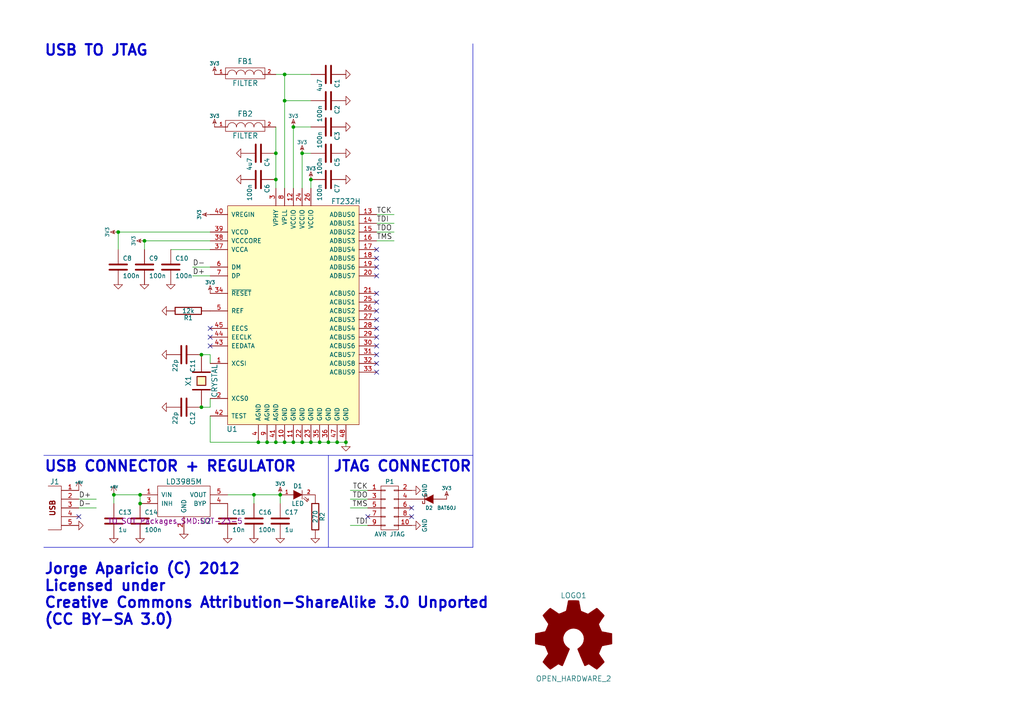
<source format=kicad_sch>
(kicad_sch (version 20230121) (generator eeschema)
  (paper "A4")
  (title_block (title "uJTAG") (date "21 aug 2012") (rev "1.0") (company "Jorge Aparicio"))
  (lib_symbols
    (symbol "uJTAG-rescue:+5V" (power) (pin_names (offset 0))
      (property "Value" "+5V" (at 0 3.556 0))
      (symbol "+5V_0_1"
        (polyline (pts (xy -0.762 1.27) (xy 0 2.54)))
        (polyline (pts (xy 0 0) (xy 0 2.54)))
        (polyline (pts (xy 0 2.54) (xy 0.762 1.27)))
      )
      (symbol "+5V_1_1"
        (pin power_in line (at 0 0 90) (length 0) hide (name "+5V") (number "1"))
      )
    )
    (symbol "uJTAG-rescue:3V3" (power) (pin_names (offset 0))
      (property "Value" "3V3" (at 0 3.175 0))
      (symbol "3V3_0_0"
        (pin power_in line (at 0 0 90) (length 0) hide (name "3V3") (number "1"))
      )
      (symbol "3V3_0_1"
        (polyline (pts (xy 0 1.524) (xy 0 0)))
        (polyline (pts (xy 0 1.524) (xy 0.508 1.016) (xy 0 2.286) (xy -0.508 1.016) (xy 0 1.524) (xy 0 1.524)))
      )
    )
    (symbol "uJTAG-rescue:C-RESCUE-uJTAG" (pin_numbers hide) (pin_names (offset 0.254))
      (property "Reference" "C" (at 1.27 2.54 0))
      (property "Value" "C-RESCUE-uJTAG" (at 1.27 -2.54 0))
      (symbol "C-RESCUE-uJTAG_0_1"
        (polyline (pts (xy -2.54 -0.762) (xy 2.54 -0.762)) (stroke (width 0.508)))
        (polyline (pts (xy -2.54 0.762) (xy 2.54 0.762)) (stroke (width 0.508)))
      )
      (symbol "C-RESCUE-uJTAG_1_1"
        (pin passive line (at 0 5.08 270) (length 4.318) (name "~") (number "1"))
        (pin passive line (at 0 -5.08 90) (length 4.318) (name "~") (number "2"))
      )
    )
    (symbol "uJTAG-rescue:CONN_02X05" (pin_names (offset 0.0254) hide)
      (property "Reference" "P" (at 0 7.62 0))
      (property "Value" "CONN_02X05" (at 0 -7.62 0))
      (symbol "CONN_02X05_0_1"
        (rectangle (start -2.54 -4.953) (end -1.27 -5.207))
        (rectangle (start -2.54 -2.413) (end -1.27 -2.667))
        (rectangle (start -2.54 0.127) (end -1.27 -0.127))
        (rectangle (start -2.54 2.667) (end -1.27 2.413))
        (rectangle (start -2.54 5.207) (end -1.27 4.953))
        (rectangle (start -2.54 6.35) (end 2.54 -6.35))
        (rectangle (start 1.27 -4.953) (end 2.54 -5.207))
        (rectangle (start 1.27 -2.413) (end 2.54 -2.667))
        (rectangle (start 1.27 0.127) (end 2.54 -0.127))
        (rectangle (start 1.27 2.667) (end 2.54 2.413))
        (rectangle (start 1.27 5.207) (end 2.54 4.953))
      )
      (symbol "CONN_02X05_1_1"
        (pin passive line (at -6.35 5.08 0) (length 3.81) (name "P1") (number "1"))
        (pin passive line (at 6.35 -5.08 180) (length 3.81) (name "P10") (number "10"))
        (pin passive line (at 6.35 5.08 180) (length 3.81) (name "P2") (number "2"))
        (pin passive line (at -6.35 2.54 0) (length 3.81) (name "P3") (number "3"))
        (pin passive line (at 6.35 2.54 180) (length 3.81) (name "P4") (number "4"))
        (pin passive line (at -6.35 0 0) (length 3.81) (name "P5") (number "5"))
        (pin passive line (at 6.35 0 180) (length 3.81) (name "P6") (number "6"))
        (pin passive line (at -6.35 -2.54 0) (length 3.81) (name "P7") (number "7"))
        (pin passive line (at 6.35 -2.54 180) (length 3.81) (name "P8") (number "8"))
        (pin passive line (at -6.35 -5.08 0) (length 3.81) (name "P9") (number "9"))
      )
    )
    (symbol "uJTAG-rescue:CRYSTAL" (pin_numbers hide) (pin_names (offset 1.016) hide)
      (property "Reference" "X" (at 0 3.81 0))
      (property "Value" "CRYSTAL" (at 0 -3.81 0))
      (symbol "CRYSTAL_0_1"
        (polyline (pts (xy -2.54 2.54) (xy -2.54 -2.54)) (stroke (width 0.4064)))
        (polyline (pts (xy 2.54 2.54) (xy 2.54 -2.54)) (stroke (width 0.4064)))
        (polyline (pts (xy -1.27 1.27) (xy 1.27 1.27) (xy 1.27 -1.27) (xy -1.27 -1.27) (xy -1.27 1.27)) (stroke (width 0.3048)) (fill (type background)))
      )
      (symbol "CRYSTAL_1_1"
        (pin passive line (at -7.62 0 0) (length 5.08) (name "1") (number "1"))
        (pin passive line (at 7.62 0 180) (length 5.08) (name "2") (number "2"))
      )
    )
    (symbol "uJTAG-rescue:DIODESCH" (pin_numbers hide) (pin_names (offset 1.016) hide)
      (property "Reference" "D" (at 0 2.54 0))
      (property "Value" "DIODESCH" (at 0 -2.54 0))
      (symbol "DIODESCH_0_1"
        (polyline (pts (xy -1.27 1.27) (xy 1.27 0) (xy -1.27 -1.27)) (fill (type outline)))
        (polyline (pts (xy 1.905 0.635) (xy 1.905 1.27) (xy 1.27 1.27) (xy 1.27 -1.27) (xy 0.635 -1.27) (xy 0.635 -0.635)) (stroke (width 0.2032)))
      )
      (symbol "DIODESCH_1_1"
        (pin passive line (at -5.08 0 0) (length 3.81) (name "A") (number "1"))
        (pin passive line (at 5.08 0 180) (length 3.81) (name "K") (number "2"))
      )
    )
    (symbol "uJTAG-rescue:FILTER" (pin_names (offset 1.016) hide)
      (property "Reference" "FB" (at 0 3.81 0))
      (property "Value" "FILTER" (at 0 -2.54 0))
      (symbol "FILTER_0_1"
        (rectangle (start -5.715 1.905) (end 5.715 -1.27))
        (arc (start -2.54 0) (mid -3.81 1.2645) (end -5.08 0))
        (arc (start 0 0) (mid -1.27 1.2645) (end -2.54 0))
        (arc (start 0 0) (mid 0 0) (end 0 0))
        (arc (start 2.54 0) (mid 1.27 1.2645) (end 0 0))
        (arc (start 5.08 0) (mid 3.81 1.2645) (end 2.54 0))
      )
      (symbol "FILTER_1_1"
        (pin passive line (at -8.89 0 0) (length 3.81) (name "1") (number "1"))
        (pin passive line (at 8.89 0 180) (length 3.81) (name "2") (number "2"))
      )
    )
    (symbol "uJTAG-rescue:FT232H-RESCUE-uJTAG" (pin_names (offset 1.016))
      (property "Reference" "U" (at -17.78 -33.02 0))
      (property "Value" "FT232H-RESCUE-uJTAG" (at 15.24 33.02 0))
      (symbol "FT232H-RESCUE-uJTAG_0_1"
        (rectangle (start -19.05 31.75) (end 19.05 -31.75) (fill (type background)))
      )
      (symbol "FT232H-RESCUE-uJTAG_1_1"
        (pin input line (at -24.13 -13.97 0) (length 5.08) (name "XCSI") (number "1"))
        (pin input line (at -2.54 -36.83 90) (length 5.08) (name "GND") (number "10"))
        (pin input line (at 0 -36.83 90) (length 5.08) (name "GND") (number "11"))
        (pin input line (at 0 36.83 270) (length 5.08) (name "VCCIO") (number "12"))
        (pin input line (at 24.13 29.21 180) (length 5.08) (name "ADBUS0") (number "13"))
        (pin input line (at 24.13 26.67 180) (length 5.08) (name "ADBUS1") (number "14"))
        (pin input line (at 24.13 24.13 180) (length 5.08) (name "ADBUS2") (number "15"))
        (pin input line (at 24.13 21.59 180) (length 5.08) (name "ADBUS3") (number "16"))
        (pin input line (at 24.13 19.05 180) (length 5.08) (name "ADBUS4") (number "17"))
        (pin input line (at 24.13 16.51 180) (length 5.08) (name "ADBUS5") (number "18"))
        (pin input line (at 24.13 13.97 180) (length 5.08) (name "ADBUS6") (number "19"))
        (pin input line (at -24.13 -24.13 0) (length 5.08) (name "XCS0") (number "2"))
        (pin input line (at 24.13 11.43 180) (length 5.08) (name "ADBUS7") (number "20"))
        (pin input line (at 24.13 6.35 180) (length 5.08) (name "ACBUS0") (number "21"))
        (pin input line (at 2.54 -36.83 90) (length 5.08) (name "GND") (number "22"))
        (pin input line (at 5.08 -36.83 90) (length 5.08) (name "GND") (number "23"))
        (pin input line (at 2.54 36.83 270) (length 5.08) (name "VCCIO") (number "24"))
        (pin input line (at 24.13 3.81 180) (length 5.08) (name "ACBUS1") (number "25"))
        (pin input line (at 24.13 1.27 180) (length 5.08) (name "ACBUS2") (number "26"))
        (pin input line (at 5.08 36.83 270) (length 5.08) (name "VCCIO") (number "26"))
        (pin input line (at 24.13 -1.27 180) (length 5.08) (name "ACBUS3") (number "27"))
        (pin input line (at 24.13 -3.81 180) (length 5.08) (name "ACBUS4") (number "28"))
        (pin input line (at 24.13 -6.35 180) (length 5.08) (name "ACBUS5") (number "29"))
        (pin input line (at -5.08 36.83 270) (length 5.08) (name "VPHY") (number "3"))
        (pin input line (at 24.13 -8.89 180) (length 5.08) (name "ACBUS6") (number "30"))
        (pin input line (at 24.13 -11.43 180) (length 5.08) (name "ACBUS7") (number "31"))
        (pin input line (at 24.13 -13.97 180) (length 5.08) (name "ACBUS8") (number "32"))
        (pin input line (at 24.13 -16.51 180) (length 5.08) (name "ACBUS9") (number "33"))
        (pin input line (at -24.13 6.35 0) (length 5.08) (name "~{RESET}") (number "34"))
        (pin input line (at 7.62 -36.83 90) (length 5.08) (name "GND") (number "35"))
        (pin input line (at 10.16 -36.83 90) (length 5.08) (name "GND") (number "36"))
        (pin input line (at -24.13 19.05 0) (length 5.08) (name "VCCA") (number "37"))
        (pin input line (at -24.13 21.59 0) (length 5.08) (name "VCCCORE") (number "38"))
        (pin input line (at -24.13 24.13 0) (length 5.08) (name "VCCD") (number "39"))
        (pin input line (at -10.16 -36.83 90) (length 5.08) (name "AGND") (number "4"))
        (pin input line (at -24.13 29.21 0) (length 5.08) (name "VREGIN") (number "40"))
        (pin input line (at -5.08 -36.83 90) (length 5.08) (name "AGND") (number "41"))
        (pin input line (at -24.13 -29.21 0) (length 5.08) (name "TEST") (number "42"))
        (pin input line (at -24.13 -8.89 0) (length 5.08) (name "EEDATA") (number "43"))
        (pin input line (at -24.13 -6.35 0) (length 5.08) (name "EECLK") (number "44"))
        (pin input line (at -24.13 -3.81 0) (length 5.08) (name "EECS") (number "45"))
        (pin input line (at 12.7 -36.83 90) (length 5.08) (name "GND") (number "47"))
        (pin input line (at 15.24 -36.83 90) (length 5.08) (name "GND") (number "48"))
        (pin input line (at -24.13 1.27 0) (length 5.08) (name "REF") (number "5"))
        (pin input line (at -24.13 13.97 0) (length 5.08) (name "DM") (number "6"))
        (pin input line (at -24.13 11.43 0) (length 5.08) (name "DP") (number "7"))
        (pin input line (at -2.54 36.83 270) (length 5.08) (name "VPLL") (number "8"))
        (pin input line (at -7.62 -36.83 90) (length 5.08) (name "AGND") (number "9"))
      )
    )
    (symbol "uJTAG-rescue:GND" (power) (pin_names (offset 0))
      (property "Value" "GND" (at 0 -3.81 0))
      (symbol "GND_0_1"
        (polyline (pts (xy 0 0) (xy 0 -1.27) (xy 1.27 -1.27) (xy 0 -2.54) (xy -1.27 -1.27) (xy 0 -1.27)))
      )
      (symbol "GND_1_1"
        (pin power_in line (at 0 0 270) (length 0) hide (name "GND") (number "1"))
      )
    )
    (symbol "uJTAG-rescue:GND-RESCUE-uJTAG" (power) (pin_names (offset 0))
      (symbol "GND-RESCUE-uJTAG_0_1"
        (polyline (pts (xy -1.27 0) (xy 0 -1.27) (xy 1.27 0) (xy -1.27 0)))
      )
      (symbol "GND-RESCUE-uJTAG_1_1"
        (pin power_in line (at 0 0 90) (length 0) hide (name "GND") (number "1"))
      )
    )
    (symbol "uJTAG-rescue:LD3985M" (pin_names (offset 1.016))
      (property "Reference" "U" (at 6.35 -6.35 0))
      (property "Value" "LD3985M" (at 0 5.08 0))
      (property "Footprint" "SOT-23-5" (at -2.54 -6.35 0))
      (symbol "LD3985M_0_1"
        (rectangle (start -7.62 3.81) (end 7.62 -5.08))
      )
      (symbol "LD3985M_1_1"
        (pin input line (at -12.7 1.27 0) (length 5.08) (name "VIN") (number "1"))
        (pin input line (at 0 -10.16 90) (length 5.08) (name "GND") (number "2"))
        (pin input line (at -12.7 -1.27 0) (length 5.08) (name "INH") (number "3"))
        (pin input line (at 12.7 -1.27 180) (length 5.08) (name "BYP") (number "4"))
        (pin input line (at 12.7 1.27 180) (length 5.08) (name "VOUT") (number "5"))
      )
    )
    (symbol "uJTAG-rescue:LED-RESCUE-uJTAG" (pin_names (offset 1.016) hide)
      (property "Reference" "D" (at 0 2.54 0))
      (property "Value" "LED-RESCUE-uJTAG" (at 0 -2.54 0))
      (symbol "LED-RESCUE-uJTAG_0_1"
        (polyline (pts (xy 1.27 1.27) (xy 1.27 -1.27)))
        (polyline (pts (xy -1.27 1.27) (xy 1.27 0) (xy -1.27 -1.27)) (fill (type outline)))
        (polyline (pts (xy 1.651 -1.016) (xy 2.794 -2.032) (xy 2.667 -1.397)))
        (polyline (pts (xy 2.032 -0.635) (xy 3.175 -1.651) (xy 3.048 -1.016)))
      )
      (symbol "LED-RESCUE-uJTAG_1_1"
        (pin passive line (at -5.08 0 0) (length 3.81) (name "A") (number "1"))
        (pin passive line (at 5.08 0 180) (length 3.81) (name "K") (number "2"))
      )
    )
    (symbol "uJTAG-rescue:OPEN_HARDWARE_2" (pin_names (offset 1.016))
      (property "Reference" "LOGO" (at 0 12.7 0))
      (property "Value" "OPEN_HARDWARE_2" (at 0 -11.43 0))
      (symbol "OPEN_HARDWARE_2_1_1"
        (polyline (pts (xy 6.731 -8.7122) (xy 6.6294 -8.6614) (xy 6.35 -8.4836) (xy 5.9944 -8.255) (xy 5.5372 -7.9502) (xy 5.1054 -7.6454) (xy 4.7498 -7.4168) (xy 4.4958 -7.239) (xy 4.3942 -7.1882) (xy 4.318 -7.2136) (xy 4.1148 -7.3152) (xy 3.81 -7.4676) (xy 3.6322 -7.5692) (xy 3.3528 -7.6708) (xy 3.2258 -7.6962) (xy 3.2004 -7.6708) (xy 3.0988 -7.4676) (xy 2.9464 -7.0866) (xy 2.7178 -6.604) (xy 2.4892 -6.0452) (xy 2.2352 -5.4356) (xy 1.9558 -4.826) (xy 1.7272 -4.2164) (xy 1.4986 -3.683) (xy 1.3208 -3.2512) (xy 1.2192 -2.9464) (xy 1.1684 -2.8194) (xy 1.1938 -2.794) (xy 1.3208 -2.667) (xy 1.5748 -2.4892) (xy 2.0828 -2.0574) (xy 2.6162 -1.397) (xy 2.921 -0.6604) (xy 3.048 0.1524) (xy 2.9464 0.9144) (xy 2.6416 1.6256) (xy 2.1336 2.286) (xy 1.524 2.7686) (xy 0.8128 3.0734) (xy 0 3.175) (xy -0.762 3.0988) (xy -1.4986 2.794) (xy -2.159 2.286) (xy -2.4384 1.9812) (xy -2.8194 1.3208) (xy -3.048 0.6096) (xy -3.0734 0.4318) (xy -3.0226 -0.3556) (xy -2.794 -1.0922) (xy -2.3876 -1.7526) (xy -1.8288 -2.3114) (xy -1.7526 -2.3622) (xy -1.4732 -2.5654) (xy -1.2954 -2.6924) (xy -1.1684 -2.8194) (xy -2.159 -5.207) (xy -2.3114 -5.588) (xy -2.5908 -6.2484) (xy -2.8194 -6.8072) (xy -3.0226 -7.2644) (xy -3.1496 -7.5692) (xy -3.2258 -7.6708) (xy -3.2258 -7.6962) (xy -3.302 -7.6962) (xy -3.4798 -7.6454) (xy -3.8354 -7.4676) (xy -4.0386 -7.366) (xy -4.2926 -7.239) (xy -4.4196 -7.1882) (xy -4.5212 -7.239) (xy -4.7498 -7.3914) (xy -5.1054 -7.6454) (xy -5.5372 -7.9248) (xy -5.9436 -8.2042) (xy -6.3246 -8.4582) (xy -6.604 -8.636) (xy -6.731 -8.7122) (xy -6.7564 -8.7122) (xy -6.858 -8.636) (xy -7.0866 -8.4582) (xy -7.4168 -8.1534) (xy -7.874 -7.6962) (xy -7.9502 -7.62) (xy -8.3312 -7.239) (xy -8.636 -6.9088) (xy -8.8392 -6.6802) (xy -8.9154 -6.5786) (xy -8.9154 -6.5786) (xy -8.8392 -6.4516) (xy -8.6614 -6.1722) (xy -8.4328 -5.7912) (xy -8.128 -5.3594) (xy -7.3152 -4.191) (xy -7.7724 -3.0988) (xy -7.8994 -2.7686) (xy -8.0772 -2.3622) (xy -8.2042 -2.0828) (xy -8.255 -1.9558) (xy -8.382 -1.905) (xy -8.6614 -1.8542) (xy -9.0932 -1.7526) (xy -9.6266 -1.651) (xy -10.1092 -1.5748) (xy -10.541 -1.4732) (xy -10.8712 -1.4224) (xy -11.0236 -1.397) (xy -11.049 -1.3716) (xy -11.0744 -1.2954) (xy -11.0998 -1.143) (xy -11.0998 -0.889) (xy -11.1252 -0.4572) (xy -11.1252 0.1524) (xy -11.1252 0.2286) (xy -11.0998 0.8128) (xy -11.0998 1.27) (xy -11.0744 1.5494) (xy -11.0744 1.6764) (xy -11.0744 1.6764) (xy -10.922 1.7018) (xy -10.6172 1.778) (xy -10.16 1.8542) (xy -9.652 1.9558) (xy -9.6012 1.9812) (xy -9.0932 2.0828) (xy -8.636 2.159) (xy -8.3312 2.2352) (xy -8.2042 2.286) (xy -8.1788 2.3114) (xy -8.0772 2.5146) (xy -7.9248 2.8448) (xy -7.747 3.2512) (xy -7.5692 3.6576) (xy -7.4168 4.0386) (xy -7.3152 4.318) (xy -7.2898 4.445) (xy -7.2898 4.445) (xy -7.366 4.572) (xy -7.5438 4.826) (xy -7.7978 5.207) (xy -8.128 5.6642) (xy -8.128 5.6896) (xy -8.4328 6.1468) (xy -8.6868 6.5278) (xy -8.8392 6.7818) (xy -8.9154 6.9088) (xy -8.9154 6.9088) (xy -8.8138 7.0358) (xy -8.5852 7.2898) (xy -8.255 7.6454) (xy -7.874 8.0264) (xy -7.747 8.1534) (xy -7.3152 8.5852) (xy -7.0104 8.8646) (xy -6.8326 8.9916) (xy -6.731 9.0424) (xy -6.731 9.0424) (xy -6.604 8.9408) (xy -6.3246 8.763) (xy -5.9436 8.509) (xy -5.4864 8.2042) (xy -5.461 8.1788) (xy -5.0038 7.874) (xy -4.6482 7.62) (xy -4.3688 7.4422) (xy -4.2672 7.3914) (xy -4.2418 7.3914) (xy -4.064 7.4422) (xy -3.7338 7.5438) (xy -3.3528 7.6962) (xy -2.9464 7.874) (xy -2.5654 8.0264) (xy -2.286 8.1534) (xy -2.159 8.2296) (xy -2.159 8.2296) (xy -2.1082 8.382) (xy -2.032 8.7122) (xy -1.9304 9.1694) (xy -1.8288 9.7282) (xy -1.8034 9.8044) (xy -1.7018 10.3378) (xy -1.6256 10.7696) (xy -1.5748 11.0744) (xy -1.524 11.2014) (xy -1.4478 11.2268) (xy -1.1938 11.2522) (xy -0.8128 11.2522) (xy -0.3302 11.2522) (xy 0.1524 11.2522) (xy 0.6604 11.2522) (xy 1.0668 11.2268) (xy 1.3716 11.2014) (xy 1.4986 11.176) (xy 1.4986 11.176) (xy 1.5494 11.0236) (xy 1.6256 10.6934) (xy 1.7018 10.2108) (xy 1.8288 9.6774) (xy 1.8288 9.5758) (xy 1.9304 9.0424) (xy 2.032 8.6106) (xy 2.0828 8.3058) (xy 2.1336 8.2042) (xy 2.159 8.1788) (xy 2.3876 8.0772) (xy 2.7432 7.9248) (xy 3.175 7.747) (xy 4.191 7.3406) (xy 5.461 8.2042) (xy 5.5626 8.2804) (xy 6.0198 8.5852) (xy 6.3754 8.8392) (xy 6.6294 8.9916) (xy 6.7564 9.0424) (xy 6.7564 9.0424) (xy 6.8834 8.9408) (xy 7.1374 8.7122) (xy 7.4676 8.382) (xy 7.8486 7.9756) (xy 8.1534 7.6962) (xy 8.4836 7.3406) (xy 8.7122 7.112) (xy 8.8392 6.9596) (xy 8.8646 6.858) (xy 8.8646 6.8072) (xy 8.7884 6.6802) (xy 8.6106 6.4008) (xy 8.3312 6.0198) (xy 8.0264 5.588) (xy 7.7978 5.207) (xy 7.5184 4.8006) (xy 7.3406 4.4958) (xy 7.2898 4.3434) (xy 7.2898 4.2926) (xy 7.3914 4.0386) (xy 7.5184 3.683) (xy 7.7216 3.2258) (xy 8.1534 2.2352) (xy 8.7884 2.1082) (xy 9.1948 2.0574) (xy 9.7536 1.9304) (xy 10.2616 1.8288) (xy 11.0998 1.6764) (xy 11.1252 -1.3208) (xy 10.9982 -1.3716) (xy 10.8712 -1.397) (xy 10.5664 -1.4732) (xy 10.1346 -1.5494) (xy 9.6266 -1.651) (xy 9.1948 -1.7272) (xy 8.7376 -1.8288) (xy 8.4328 -1.8796) (xy 8.2804 -1.905) (xy 8.255 -1.9558) (xy 8.1534 -2.159) (xy 7.9756 -2.5146) (xy 7.8232 -2.921) (xy 7.6454 -3.3274) (xy 7.493 -3.7338) (xy 7.366 -4.0132) (xy 7.3406 -4.191) (xy 7.3914 -4.2926) (xy 7.5692 -4.5466) (xy 7.7978 -4.9276) (xy 8.1026 -5.3594) (xy 8.4074 -5.7912) (xy 8.6614 -6.1722) (xy 8.8138 -6.4262) (xy 8.89 -6.5532) (xy 8.8646 -6.6548) (xy 8.6868 -6.858) (xy 8.3566 -7.1882) (xy 7.874 -7.6708) (xy 7.7978 -7.747) (xy 7.3914 -8.128) (xy 7.0612 -8.4328) (xy 6.8326 -8.636) (xy 6.731 -8.7122)) (fill (type outline)))
      )
    )
    (symbol "uJTAG-rescue:R-RESCUE-uJTAG" (pin_numbers hide) (pin_names (offset 0))
      (property "Reference" "R" (at 2.032 0 90))
      (property "Value" "R-RESCUE-uJTAG" (at 0 0 90))
      (symbol "R-RESCUE-uJTAG_0_1"
        (rectangle (start -1.016 3.81) (end 1.016 -3.81) (stroke (width 0.3048)))
      )
      (symbol "R-RESCUE-uJTAG_1_1"
        (pin passive line (at 0 6.35 270) (length 2.54) (name "~") (number "1"))
        (pin passive line (at 0 -6.35 90) (length 2.54) (name "~") (number "2"))
      )
    )
    (symbol "uJTAG-rescue:USB_3" (pin_names (offset 1.016))
      (property "Reference" "J" (at -1.905 7.62 0))
      (symbol "USB_3_0_0"
        (text "USB" (at -2.54 0 900) (effects (font (size 1.524 1.524) bold)))
      )
      (symbol "USB_3_0_1"
        (polyline (pts (xy -3.81 -6.35) (xy 0 -6.35) (xy 0 6.35) (xy -3.81 6.35)))
      )
      (symbol "USB_3_1_1"
        (pin input line (at 5.08 5.08 180) (length 5.08) (name "~") (number "1"))
        (pin input line (at 5.08 2.54 180) (length 5.08) (name "~") (number "2"))
        (pin input line (at 5.08 0 180) (length 5.08) (name "~") (number "3"))
        (pin input line (at 5.08 -2.54 180) (length 5.08) (name "~") (number "4"))
        (pin input line (at 5.08 -5.08 180) (length 5.08) (name "~") (number "5"))
      )
    )
  )
  (junction (at 81.28 143.51))
  (junction (at 85.09 128.27))
  (junction (at 40.64 146.05))
  (junction (at 33.02 143.51))
  (junction (at 87.63 44.45))
  (junction (at 82.55 21.59))
  (junction (at 74.93 128.27))
  (junction (at 95.25 128.27))
  (junction (at 85.09 36.83))
  (junction (at 34.29 67.31))
  (junction (at 80.01 128.27))
  (junction (at 90.17 128.27))
  (junction (at 82.55 29.21))
  (junction (at 77.47 128.27))
  (junction (at 40.64 143.51))
  (junction (at 90.17 52.07))
  (junction (at 41.91 69.85))
  (junction (at 80.01 44.45))
  (junction (at 87.63 128.27))
  (junction (at 92.71 128.27))
  (junction (at 58.42 118.11))
  (junction (at 82.55 128.27))
  (junction (at 80.01 52.07))
  (junction (at 73.66 143.51))
  (junction (at 58.42 102.87))
  (junction (at 100.33 128.27))
  (junction (at 97.79 128.27))
  (no_connect (at 60.96 95.25))
  (no_connect (at 60.96 97.79))
  (no_connect (at 109.22 77.47))
  (no_connect (at 109.22 72.39))
  (no_connect (at 109.22 92.71))
  (no_connect (at 119.38 147.32))
  (no_connect (at 109.22 100.33))
  (no_connect (at 109.22 85.09))
  (no_connect (at 106.68 149.86))
  (no_connect (at 22.86 149.86))
  (no_connect (at 109.22 74.93))
  (no_connect (at 109.22 97.79))
  (no_connect (at 109.22 102.87))
  (no_connect (at 109.22 80.01))
  (no_connect (at 109.22 107.95))
  (no_connect (at 109.22 87.63))
  (no_connect (at 109.22 105.41))
  (no_connect (at 119.38 149.86))
  (no_connect (at 60.96 100.33))
  (no_connect (at 109.22 95.25))
  (no_connect (at 109.22 90.17))
  (polyline (pts (xy 137.16 132.08) (xy 12.7 132.08)))
  (wire (pts (xy 77.47 128.27) (xy 80.01 128.27)))
  (wire (pts (xy 90.17 44.45) (xy 87.63 44.45)))
  (wire (pts (xy 60.96 72.39) (xy 49.53 72.39)))
  (wire (pts (xy 82.55 29.21) (xy 90.17 29.21)))
  (wire (pts (xy 82.55 128.27) (xy 85.09 128.27)))
  (wire (pts (xy 81.28 143.51) (xy 81.28 146.05)))
  (wire (pts (xy 80.01 36.83) (xy 80.01 44.45)))
  (wire (pts (xy 97.79 128.27) (xy 100.33 128.27)))
  (wire (pts (xy 87.63 44.45) (xy 87.63 54.61)))
  (wire (pts (xy 106.68 142.24) (xy 101.6 142.24)))
  (polyline (pts (xy 12.7 158.75) (xy 137.16 158.75)))
  (wire (pts (xy 92.71 128.27) (xy 95.25 128.27)))
  (wire (pts (xy 80.01 128.27) (xy 82.55 128.27)))
  (wire (pts (xy 109.22 67.31) (xy 114.3 67.31)))
  (wire (pts (xy 80.01 44.45) (xy 80.01 52.07)))
  (wire (pts (xy 106.68 147.32) (xy 101.6 147.32)))
  (wire (pts (xy 85.09 54.61) (xy 85.09 36.83)))
  (wire (pts (xy 58.42 118.11) (xy 60.96 118.11)))
  (wire (pts (xy 60.96 105.41) (xy 60.96 102.87)))
  (wire (pts (xy 74.93 128.27) (xy 77.47 128.27)))
  (wire (pts (xy 80.01 21.59) (xy 82.55 21.59)))
  (wire (pts (xy 60.96 118.11) (xy 60.96 115.57)))
  (wire (pts (xy 41.91 72.39) (xy 41.91 69.85)))
  (wire (pts (xy 66.04 143.51) (xy 73.66 143.51)))
  (wire (pts (xy 109.22 62.23) (xy 114.3 62.23)))
  (wire (pts (xy 33.02 146.05) (xy 33.02 143.51)))
  (wire (pts (xy 40.64 143.51) (xy 40.64 146.05)))
  (wire (pts (xy 109.22 64.77) (xy 114.3 64.77)))
  (wire (pts (xy 82.55 29.21) (xy 82.55 54.61)))
  (wire (pts (xy 60.96 67.31) (xy 34.29 67.31)))
  (wire (pts (xy 106.68 152.4) (xy 101.6 152.4)))
  (wire (pts (xy 109.22 69.85) (xy 114.3 69.85)))
  (wire (pts (xy 82.55 21.59) (xy 90.17 21.59)))
  (wire (pts (xy 22.86 144.78) (xy 27.94 144.78)))
  (wire (pts (xy 85.09 128.27) (xy 87.63 128.27)))
  (wire (pts (xy 85.09 36.83) (xy 90.17 36.83)))
  (wire (pts (xy 41.91 69.85) (xy 60.96 69.85)))
  (wire (pts (xy 87.63 128.27) (xy 90.17 128.27)))
  (wire (pts (xy 22.86 147.32) (xy 27.94 147.32)))
  (wire (pts (xy 73.66 143.51) (xy 73.66 146.05)))
  (wire (pts (xy 60.96 80.01) (xy 55.88 80.01)))
  (wire (pts (xy 100.33 128.27) (xy 100.33 129.54)))
  (polyline (pts (xy 137.16 158.75) (xy 137.16 12.7)))
  (wire (pts (xy 60.96 128.27) (xy 60.96 120.65)))
  (wire (pts (xy 90.17 128.27) (xy 92.71 128.27)))
  (wire (pts (xy 90.17 52.07) (xy 90.17 54.61)))
  (wire (pts (xy 80.01 52.07) (xy 80.01 54.61)))
  (wire (pts (xy 106.68 144.78) (xy 101.6 144.78)))
  (wire (pts (xy 60.96 128.27) (xy 74.93 128.27)))
  (wire (pts (xy 82.55 21.59) (xy 82.55 29.21)))
  (wire (pts (xy 60.96 102.87) (xy 58.42 102.87)))
  (polyline (pts (xy 95.25 158.75) (xy 95.25 132.08)))
  (wire (pts (xy 95.25 128.27) (xy 97.79 128.27)))
  (wire (pts (xy 73.66 143.51) (xy 81.28 143.51)))
  (wire (pts (xy 60.96 77.47) (xy 55.88 77.47)))
  (wire (pts (xy 34.29 67.31) (xy 34.29 72.39)))
  (wire (pts (xy 33.02 143.51) (xy 40.64 143.51)))
  (text "USB TO JTAG" (at 12.7 16.51 0) (effects (font (size 3.048 3.048) (thickness 0.6096) bold) (justify left bottom)))
  (text "Jorge Aparicio (C) 2012\nLicensed under\nCreative Commons Attribution-ShareAlike 3.0 Unported\n(CC BY-SA 3.0)" (at 12.7 181.61 0) (effects (font (size 3.048 3.048) (thickness 0.6096) bold) (justify left bottom)))
  (text "USB CONNECTOR + REGULATOR" (at 12.7 137.16 0) (effects (font (size 3.048 3.048) (thickness 0.6096) bold) (justify left bottom)))
  (text "JTAG CONNECTOR" (at 96.52 137.16 0) (effects (font (size 3.048 3.048) (thickness 0.6096) bold) (justify left bottom)))
  (label "TCK" (at 106.68 142.24 180) (effects (font (size 1.524 1.524))))
  (label "TDO" (at 109.22 67.31 0) (effects (font (size 1.524 1.524))))
  (label "D-" (at 22.86 147.32 0) (effects (font (size 1.524 1.524))))
  (label "TDO" (at 106.68 144.78 180) (effects (font (size 1.524 1.524))))
  (label "TDI" (at 106.68 152.4 180) (effects (font (size 1.524 1.524))))
  (label "D-" (at 55.88 77.47 0) (effects (font (size 1.524 1.524))))
  (label "D+" (at 55.88 80.01 0) (effects (font (size 1.524 1.524))))
  (label "TCK" (at 109.22 62.23 0) (effects (font (size 1.524 1.524))))
  (label "D+" (at 22.86 144.78 0) (effects (font (size 1.524 1.524))))
  (label "TMS" (at 109.22 69.85 0) (effects (font (size 1.524 1.524))))
  (label "TMS" (at 106.68 147.32 180) (effects (font (size 1.524 1.524))))
  (label "TDI" (at 109.22 64.77 0) (effects (font (size 1.524 1.524))))
  (symbol (lib_id "uJTAG-rescue:FT232H-RESCUE-uJTAG") (at 85.09 91.44 0) (unit 1)
    (property "Reference" "U1" (at 67.31 124.46 0) (effects (font (size 1.524 1.524))))
    (property "Value" "FT232H" (at 100.33 58.42 0) (effects (font (size 1.524 1.524))))
    (property "Footprint" "Housings_QFP:LQFP-48_7x7mm_Pitch0.5mm" (effects hide))
  )
  (symbol (lib_id "uJTAG-rescue:GND-RESCUE-uJTAG") (at 100.33 129.54 0) (unit 1)
    (property "Reference" "#PWR035" (effects hide))
    (property "Value" "GND" (effects hide))
  )
  (symbol (lib_id "uJTAG-rescue:CRYSTAL") (at 58.42 110.49 90) (unit 1)
    (property "Reference" "X1" (at 54.61 110.49 0) (effects (font (size 1.524 1.524))))
    (property "Value" "CRYSTAL" (at 62.23 110.49 0) (effects (font (size 1.524 1.524))))
    (property "Footprint" "Crystals:Crystal_SMD_0603_4Pads" (effects hide))
  )
  (symbol (lib_id "uJTAG-rescue:C-RESCUE-uJTAG") (at 53.34 102.87 270) (unit 1)
    (property "Reference" "C11" (at 55.88 104.14 0) (effects (justify left)))
    (property "Value" "22p" (at 50.8 104.14 0) (effects (justify left)))
    (property "Footprint" "Capacitors_SMD:C_0805_HandSoldering" (effects hide))
  )
  (symbol (lib_id "uJTAG-rescue:C-RESCUE-uJTAG") (at 53.34 118.11 270) (unit 1)
    (property "Reference" "C12" (at 55.88 119.38 0) (effects (justify left)))
    (property "Value" "22p" (at 50.8 119.38 0) (effects (justify left)))
    (property "Footprint" "Capacitors_SMD:C_0805_HandSoldering" (effects hide))
  )
  (symbol (lib_id "uJTAG-rescue:GND-RESCUE-uJTAG") (at 48.26 102.87 270) (unit 1)
    (property "Reference" "#PWR034" (effects hide))
    (property "Value" "GND" (effects hide))
  )
  (symbol (lib_id "uJTAG-rescue:GND-RESCUE-uJTAG") (at 48.26 118.11 270) (unit 1)
    (property "Reference" "#PWR033" (effects hide))
    (property "Value" "GND" (effects hide))
  )
  (symbol (lib_id "uJTAG-rescue:R-RESCUE-uJTAG") (at 54.61 90.17 270) (unit 1)
    (property "Reference" "R1" (at 54.61 92.202 90))
    (property "Value" "12k" (at 54.61 90.17 90))
    (property "Footprint" "Resistors_SMD:R_0805_HandSoldering" (effects hide))
  )
  (symbol (lib_id "uJTAG-rescue:GND-RESCUE-uJTAG") (at 48.26 90.17 270) (unit 1)
    (property "Reference" "#PWR032" (effects hide))
    (property "Value" "GND" (effects hide))
  )
  (symbol (lib_id "uJTAG-rescue:3V3") (at 60.96 85.09 0) (unit 1)
    (property "Reference" "#PWR031" (effects hide))
    (property "Value" "3V3" (at 60.96 81.915 0) (effects (font (size 1.016 1.016))))
  )
  (symbol (lib_id "uJTAG-rescue:C-RESCUE-uJTAG") (at 49.53 77.47 0) (unit 1)
    (property "Reference" "C10" (at 50.8 74.93 0) (effects (justify left)))
    (property "Value" "100n" (at 50.8 80.01 0) (effects (justify left)))
    (property "Footprint" "Capacitors_SMD:C_0805_HandSoldering" (effects hide))
  )
  (symbol (lib_id "uJTAG-rescue:C-RESCUE-uJTAG") (at 41.91 77.47 0) (unit 1)
    (property "Reference" "C9" (at 43.18 74.93 0) (effects (justify left)))
    (property "Value" "100n" (at 43.18 80.01 0) (effects (justify left)))
    (property "Footprint" "Capacitors_SMD:C_0805_HandSoldering" (effects hide))
  )
  (symbol (lib_id "uJTAG-rescue:GND-RESCUE-uJTAG") (at 49.53 82.55 0) (unit 1)
    (property "Reference" "#PWR030" (effects hide))
    (property "Value" "GND" (effects hide))
  )
  (symbol (lib_id "uJTAG-rescue:GND-RESCUE-uJTAG") (at 41.91 82.55 0) (unit 1)
    (property "Reference" "#PWR029" (effects hide))
    (property "Value" "GND" (effects hide))
  )
  (symbol (lib_id "uJTAG-rescue:C-RESCUE-uJTAG") (at 34.29 77.47 0) (unit 1)
    (property "Reference" "C8" (at 35.56 74.93 0) (effects (justify left)))
    (property "Value" "100n" (at 35.56 80.01 0) (effects (justify left)))
    (property "Footprint" "Capacitors_SMD:C_0805_HandSoldering" (effects hide))
  )
  (symbol (lib_id "uJTAG-rescue:GND-RESCUE-uJTAG") (at 34.29 82.55 0) (unit 1)
    (property "Reference" "#PWR028" (effects hide))
    (property "Value" "GND" (effects hide))
  )
  (symbol (lib_id "uJTAG-rescue:3V3") (at 41.91 69.85 90) (unit 1)
    (property "Reference" "#PWR027" (effects hide))
    (property "Value" "3V3" (at 38.735 69.85 0) (effects (font (size 1.016 1.016))))
  )
  (symbol (lib_id "uJTAG-rescue:3V3") (at 34.29 67.31 90) (unit 1)
    (property "Reference" "#PWR026" (effects hide))
    (property "Value" "3V3" (at 31.115 67.31 0) (effects (font (size 1.016 1.016))))
  )
  (symbol (lib_id "uJTAG-rescue:3V3") (at 60.96 62.23 90) (unit 1)
    (property "Reference" "#PWR025" (effects hide))
    (property "Value" "3V3" (at 57.785 62.23 0) (effects (font (size 1.016 1.016))))
  )
  (symbol (lib_id "uJTAG-rescue:C-RESCUE-uJTAG") (at 95.25 52.07 270) (unit 1)
    (property "Reference" "C7" (at 97.79 53.34 0) (effects (justify left)))
    (property "Value" "100n" (at 92.71 53.34 0) (effects (justify left)))
    (property "Footprint" "Capacitors_SMD:C_0805_HandSoldering" (effects hide))
  )
  (symbol (lib_id "uJTAG-rescue:C-RESCUE-uJTAG") (at 95.25 44.45 270) (unit 1)
    (property "Reference" "C5" (at 97.79 45.72 0) (effects (justify left)))
    (property "Value" "100n" (at 92.71 45.72 0) (effects (justify left)))
    (property "Footprint" "Capacitors_SMD:C_0805_HandSoldering" (effects hide))
  )
  (symbol (lib_id "uJTAG-rescue:C-RESCUE-uJTAG") (at 95.25 36.83 270) (unit 1)
    (property "Reference" "C3" (at 97.79 38.1 0) (effects (justify left)))
    (property "Value" "100n" (at 92.71 38.1 0) (effects (justify left)))
    (property "Footprint" "Capacitors_SMD:C_0805_HandSoldering" (effects hide))
  )
  (symbol (lib_id "uJTAG-rescue:3V3") (at 90.17 52.07 0) (unit 1)
    (property "Reference" "#PWR024" (effects hide))
    (property "Value" "3V3" (at 90.17 48.895 0) (effects (font (size 1.016 1.016))))
  )
  (symbol (lib_id "uJTAG-rescue:3V3") (at 87.63 44.45 0) (unit 1)
    (property "Reference" "#PWR023" (effects hide))
    (property "Value" "3V3" (at 87.63 41.275 0) (effects (font (size 1.016 1.016))))
  )
  (symbol (lib_id "uJTAG-rescue:3V3") (at 85.09 36.83 0) (unit 1)
    (property "Reference" "#PWR022" (effects hide))
    (property "Value" "3V3" (at 85.09 33.655 0) (effects (font (size 1.016 1.016))))
  )
  (symbol (lib_id "uJTAG-rescue:GND-RESCUE-uJTAG") (at 100.33 52.07 90) (unit 1)
    (property "Reference" "#PWR021" (effects hide))
    (property "Value" "GND" (effects hide))
  )
  (symbol (lib_id "uJTAG-rescue:GND-RESCUE-uJTAG") (at 100.33 44.45 90) (unit 1)
    (property "Reference" "#PWR020" (effects hide))
    (property "Value" "GND" (effects hide))
  )
  (symbol (lib_id "uJTAG-rescue:GND-RESCUE-uJTAG") (at 100.33 36.83 90) (mirror x) (unit 1)
    (property "Reference" "#PWR019" (effects hide))
    (property "Value" "GND" (effects hide))
  )
  (symbol (lib_id "uJTAG-rescue:C-RESCUE-uJTAG") (at 95.25 29.21 270) (unit 1)
    (property "Reference" "C2" (at 97.79 30.48 0) (effects (justify left)))
    (property "Value" "100n" (at 92.71 30.48 0) (effects (justify left)))
    (property "Footprint" "Capacitors_SMD:C_0805_HandSoldering" (effects hide))
  )
  (symbol (lib_id "uJTAG-rescue:C-RESCUE-uJTAG") (at 95.25 21.59 270) (unit 1)
    (property "Reference" "C1" (at 97.79 22.86 0) (effects (justify left)))
    (property "Value" "4u7" (at 92.71 22.86 0) (effects (justify left)))
    (property "Footprint" "Capacitors_SMD:C_0805_HandSoldering" (effects hide))
  )
  (symbol (lib_id "uJTAG-rescue:C-RESCUE-uJTAG") (at 74.93 52.07 270) (unit 1)
    (property "Reference" "C6" (at 77.47 53.34 0) (effects (justify left)))
    (property "Value" "100n" (at 72.39 53.34 0) (effects (justify left)))
    (property "Footprint" "Capacitors_SMD:C_0805_HandSoldering" (effects hide))
  )
  (symbol (lib_id "uJTAG-rescue:C-RESCUE-uJTAG") (at 74.93 44.45 270) (unit 1)
    (property "Reference" "C4" (at 77.47 45.72 0) (effects (justify left)))
    (property "Value" "4u7" (at 72.39 45.72 0) (effects (justify left)))
    (property "Footprint" "Capacitors_SMD:C_0805_HandSoldering" (effects hide))
  )
  (symbol (lib_id "uJTAG-rescue:GND-RESCUE-uJTAG") (at 69.85 52.07 270) (unit 1)
    (property "Reference" "#PWR018" (effects hide))
    (property "Value" "GND" (effects hide))
  )
  (symbol (lib_id "uJTAG-rescue:GND-RESCUE-uJTAG") (at 69.85 44.45 270) (unit 1)
    (property "Reference" "#PWR017" (effects hide))
    (property "Value" "GND" (effects hide))
  )
  (symbol (lib_id "uJTAG-rescue:FILTER") (at 71.12 36.83 0) (unit 1)
    (property "Reference" "FB2" (at 71.12 33.02 0) (effects (font (size 1.524 1.524))))
    (property "Value" "FILTER" (at 71.12 39.37 0) (effects (font (size 1.524 1.524))))
    (property "Footprint" "Choke_SMD:Choke_SMD_1206_Handsoldering" (effects hide))
  )
  (symbol (lib_id "uJTAG-rescue:FILTER") (at 71.12 21.59 0) (unit 1)
    (property "Reference" "FB1" (at 71.12 17.78 0) (effects (font (size 1.524 1.524))))
    (property "Value" "FILTER" (at 71.12 24.13 0) (effects (font (size 1.524 1.524))))
    (property "Footprint" "Choke_SMD:Choke_SMD_1206_Handsoldering" (effects hide))
  )
  (symbol (lib_id "uJTAG-rescue:3V3") (at 62.23 36.83 0) (unit 1)
    (property "Reference" "#PWR016" (effects hide))
    (property "Value" "3V3" (at 62.23 33.655 0) (effects (font (size 1.016 1.016))))
  )
  (symbol (lib_id "uJTAG-rescue:3V3") (at 62.23 21.59 0) (unit 1)
    (property "Reference" "#PWR015" (effects hide))
    (property "Value" "3V3" (at 62.23 18.415 0) (effects (font (size 1.016 1.016))))
  )
  (symbol (lib_id "uJTAG-rescue:OPEN_HARDWARE_2") (at 166.37 185.42 0) (unit 1)
    (property "Reference" "LOGO1" (at 166.37 172.72 0) (effects (font (size 1.524 1.524))))
    (property "Value" "OPEN_HARDWARE_2" (at 166.37 196.85 0) (effects (font (size 1.524 1.524))))
  )
  (symbol (lib_id "uJTAG-rescue:USB_3") (at 17.78 147.32 0) (unit 1)
    (property "Reference" "J1" (at 15.875 139.7 0) (effects (font (size 1.524 1.524))))
    (property "Value" "USB_3" (effects hide))
    (property "Footprint" "Connect:USB_Mini-B" (effects hide))
    (property "VCC" "VCC" (effects hide))
    (property "Data+" "D+" (effects hide))
    (property "Data-" "D-" (effects hide))
    (property "Ground" "GND" (effects hide))
    (property "ID" "ID" (effects hide))
  )
  (symbol (lib_id "uJTAG-rescue:GND-RESCUE-uJTAG") (at 22.86 152.4 90) (unit 1)
    (property "Reference" "#PWR014" (effects hide))
    (property "Value" "GND" (effects hide))
  )
  (symbol (lib_id "uJTAG-rescue:+5V") (at 22.86 142.24 0) (unit 1)
    (property "Reference" "#PWR013" (effects hide))
    (property "Value" "+5V" (at 22.86 139.954 0) (effects (font (size 0.762 0.762))))
  )
  (symbol (lib_id "uJTAG-rescue:LD3985M") (at 53.34 144.78 0) (unit 1)
    (property "Reference" "U2" (at 59.69 151.13 0) (effects (font (size 1.524 1.524))))
    (property "Value" "LD3985M" (at 53.34 139.7 0) (effects (font (size 1.524 1.524))))
    (property "Footprint" "TO_SOT_Packages_SMD:SOT-23-5" (at 50.8 151.13 0) (effects (font (size 1.524 1.524))))
  )
  (symbol (lib_id "uJTAG-rescue:GND-RESCUE-uJTAG") (at 53.34 154.94 0) (unit 1)
    (property "Reference" "#PWR012" (effects hide))
    (property "Value" "GND" (effects hide))
  )
  (symbol (lib_id "uJTAG-rescue:C-RESCUE-uJTAG") (at 40.64 151.13 0) (unit 1)
    (property "Reference" "C14" (at 41.91 148.59 0) (effects (justify left)))
    (property "Value" "100n" (at 41.91 153.67 0) (effects (justify left)))
    (property "Footprint" "Capacitors_SMD:C_0805_HandSoldering" (effects hide))
  )
  (symbol (lib_id "uJTAG-rescue:C-RESCUE-uJTAG") (at 33.02 151.13 0) (unit 1)
    (property "Reference" "C13" (at 34.29 148.59 0) (effects (justify left)))
    (property "Value" "1u" (at 34.29 153.67 0) (effects (justify left)))
    (property "Footprint" "Capacitors_SMD:C_0805_HandSoldering" (effects hide))
  )
  (symbol (lib_id "uJTAG-rescue:GND-RESCUE-uJTAG") (at 40.64 156.21 0) (unit 1)
    (property "Reference" "#PWR011" (effects hide))
    (property "Value" "GND" (effects hide))
  )
  (symbol (lib_id "uJTAG-rescue:GND-RESCUE-uJTAG") (at 33.02 156.21 0) (unit 1)
    (property "Reference" "#PWR010" (effects hide))
    (property "Value" "GND" (effects hide))
  )
  (symbol (lib_id "uJTAG-rescue:C-RESCUE-uJTAG") (at 66.04 151.13 0) (unit 1)
    (property "Reference" "C15" (at 67.31 148.59 0) (effects (justify left)))
    (property "Value" "10n" (at 67.31 153.67 0) (effects (justify left)))
    (property "Footprint" "Capacitors_SMD:C_0805_HandSoldering" (effects hide))
  )
  (symbol (lib_id "uJTAG-rescue:C-RESCUE-uJTAG") (at 73.66 151.13 0) (unit 1)
    (property "Reference" "C16" (at 74.93 148.59 0) (effects (justify left)))
    (property "Value" "100n" (at 74.93 153.67 0) (effects (justify left)))
    (property "Footprint" "Capacitors_SMD:C_0805_HandSoldering" (effects hide))
  )
  (symbol (lib_id "uJTAG-rescue:C-RESCUE-uJTAG") (at 81.28 151.13 0) (unit 1)
    (property "Reference" "C17" (at 82.55 148.59 0) (effects (justify left)))
    (property "Value" "1u" (at 82.55 153.67 0) (effects (justify left)))
    (property "Footprint" "Capacitors_SMD:C_0805_HandSoldering" (effects hide))
  )
  (symbol (lib_id "uJTAG-rescue:GND-RESCUE-uJTAG") (at 66.04 156.21 0) (unit 1)
    (property "Reference" "#PWR09" (effects hide))
    (property "Value" "GND" (effects hide))
  )
  (symbol (lib_id "uJTAG-rescue:GND-RESCUE-uJTAG") (at 73.66 156.21 0) (unit 1)
    (property "Reference" "#PWR08" (effects hide))
    (property "Value" "GND" (effects hide))
  )
  (symbol (lib_id "uJTAG-rescue:GND-RESCUE-uJTAG") (at 81.28 156.21 0) (unit 1)
    (property "Reference" "#PWR07" (effects hide))
    (property "Value" "GND" (effects hide))
  )
  (symbol (lib_id "uJTAG-rescue:DIODESCH") (at 124.46 144.78 180) (unit 1)
    (property "Reference" "D2" (at 124.46 147.32 0) (effects (font (size 1.016 1.016))))
    (property "Value" "BAT60J" (at 129.54 147.32 0) (effects (font (size 1.016 1.016))))
    (property "Footprint" "Diodes_SMD:SOD-323" (effects hide))
  )
  (symbol (lib_id "uJTAG-rescue:3V3") (at 81.28 143.51 0) (unit 1)
    (property "Reference" "#PWR06" (effects hide))
    (property "Value" "3V3" (at 81.28 140.335 0) (effects (font (size 1.016 1.016))))
  )
  (symbol (lib_id "uJTAG-rescue:+5V") (at 33.02 143.51 0) (unit 1)
    (property "Reference" "#PWR05" (effects hide))
    (property "Value" "+5V" (at 33.02 141.224 0) (effects (font (size 0.762 0.762))))
  )
  (symbol (lib_id "uJTAG-rescue:LED-RESCUE-uJTAG") (at 86.36 143.51 0) (unit 1)
    (property "Reference" "D1" (at 86.36 140.97 0))
    (property "Value" "LED" (at 86.36 146.05 0))
    (property "Footprint" "LEDs:LED_1206" (effects hide))
  )
  (symbol (lib_id "uJTAG-rescue:R-RESCUE-uJTAG") (at 91.44 149.86 0) (unit 1)
    (property "Reference" "R2" (at 93.472 149.86 90))
    (property "Value" "270" (at 91.44 149.86 90))
    (property "Footprint" "Resistors_SMD:R_0805_HandSoldering" (effects hide))
  )
  (symbol (lib_id "uJTAG-rescue:GND-RESCUE-uJTAG") (at 91.44 156.21 0) (unit 1)
    (property "Reference" "#PWR04" (effects hide))
    (property "Value" "GND" (effects hide))
  )
  (symbol (lib_id "uJTAG-rescue:3V3") (at 129.54 144.78 0) (unit 1)
    (property "Reference" "#PWR03" (effects hide))
    (property "Value" "3V3" (at 129.54 141.605 0) (effects (font (size 1.016 1.016))))
  )
  (symbol (lib_id "uJTAG-rescue:GND-RESCUE-uJTAG") (at 100.33 29.21 90) (mirror x) (unit 1)
    (property "Reference" "#PWR02" (effects hide))
    (property "Value" "GND" (effects hide))
  )
  (symbol (lib_id "uJTAG-rescue:GND-RESCUE-uJTAG") (at 100.33 21.59 90) (mirror x) (unit 1)
    (property "Reference" "#PWR01" (effects hide))
    (property "Value" "GND" (effects hide))
  )
  (symbol (lib_id "uJTAG-rescue:CONN_02X05") (at 113.03 147.32 0) (unit 1)
    (property "Reference" "P1" (at 113.03 139.7 0))
    (property "Value" "AVR JTAG" (at 113.03 154.94 0))
    (property "Footprint" "Pin_Headers:Pin_Header_Angled_2x05" (effects hide))
  )
  (symbol (lib_id "uJTAG-rescue:GND") (at 119.38 142.24 90) (unit 1)
    (property "Reference" "#PWR036" (effects hide))
    (property "Value" "GND" (at 123.19 142.24 0))
  )
  (symbol (lib_id "uJTAG-rescue:GND") (at 119.38 152.4 90) (unit 1)
    (property "Reference" "#PWR037" (effects hide))
    (property "Value" "GND" (at 123.19 152.4 0))
  )
)
</source>
